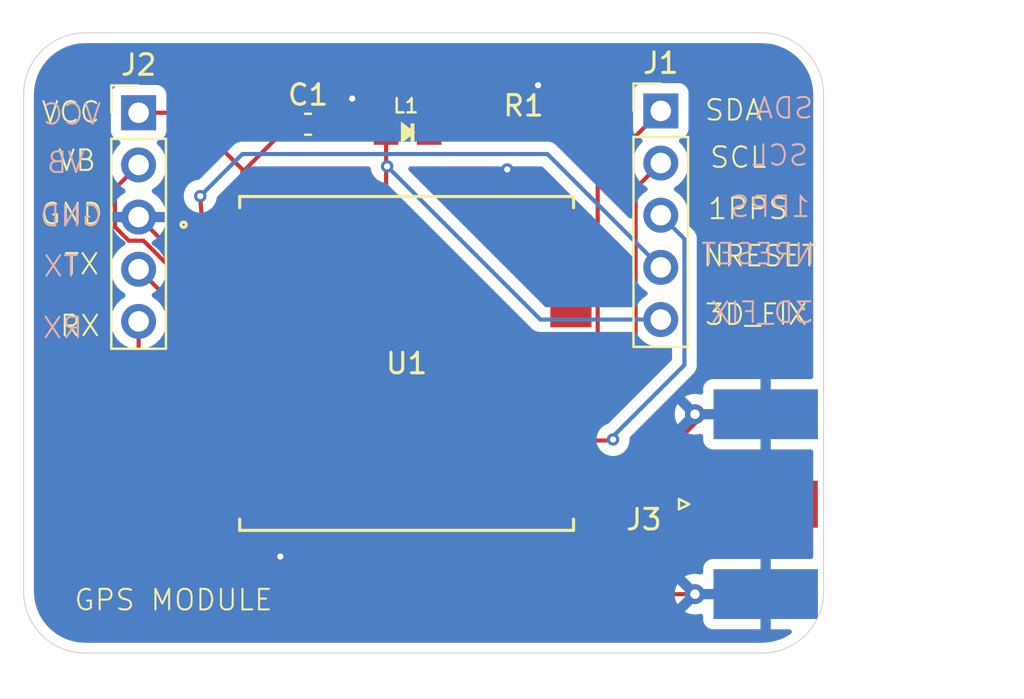
<source format=kicad_pcb>
(kicad_pcb (version 20240108) (generator "pcbnew") (generator_version "8.0")
  (layers (0 "F.Cu" signal) (31 "B.Cu" signal) (34 "B.Paste" user) (35 "F.Paste" user) (36 "B.SilkS" user "B.Silkscreen") (37 "F.SilkS" user "F.Silkscreen") (38 "B.Mask" user) (39 "F.Mask" user) (44 "Edge.Cuts" user))
  (net 0 "")
  (net 1 "/VCC")
  (net 2 "GND")
  (net 3 "/3D-FIX")
  (net 4 "/SDA{slash}TX")
  (net 5 "/NRESET")
  (net 6 "/SCL{slash}RX1")
  (net 7 "/1PPS")
  (net 8 "/RX_D0")
  (net 9 "/VBACKUP")
  (net 10 "/TX_D0")
  (net 11 "Net-(J3-In)")
  (net 12 "Net-(L1-PadC)")
  (footprint "Capacitor_SMD:C_0603_1608Metric_Pad1.08x0.95mm_HandSolder" (layer "F.Cu") (at 137.25 75.55)
    (property "Reference" "C1" (at 0 -1.43 0) (layer "F.SilkS"))
    (property "Value" "1uF")
    (fp_line (start -0.146267 -0.51) (end 0.146267 -0.51) (stroke (width 0.12)) (layer "F.SilkS"))
    (fp_line (start -0.146267 0.51) (end 0.146267 0.51) (stroke (width 0.12)) (layer "F.SilkS"))
    (pad "1" smd roundrect (at -0.8625 0) (size 1.075 0.95) (layers "F.Cu" "F.Paste" "F.Mask") (net 1 "/VCC"))
    (pad "2" smd roundrect (at 0.8625 0) (size 1.075 0.95) (layers "F.Cu" "F.Paste" "F.Mask") (net 2 "GND"))
  )
  (footprint "Connector_PinHeader_2.54mm:PinHeader_1x05_P2.54mm_Vertical" (layer "F.Cu") (at 154.425 74.9)
    (property "Reference" "J1" (at 0 -2.33 0) (layer "F.SilkS"))
    (property "Value" "~")
    (fp_line (start -1.33 -1.33) (end 0 -1.33) (stroke (width 0.12)) (layer "F.SilkS"))
    (fp_line (start -1.33 0) (end -1.33 -1.33) (stroke (width 0.12)) (layer "F.SilkS"))
    (fp_line (start -1.33 1.27) (end -1.33 11.49) (stroke (width 0.12)) (layer "F.SilkS"))
    (fp_line (start -1.33 1.27) (end 1.33 1.27) (stroke (width 0.12)) (layer "F.SilkS"))
    (fp_line (start -1.33 11.49) (end 1.33 11.49) (stroke (width 0.12)) (layer "F.SilkS"))
    (fp_line (start 1.33 1.27) (end 1.33 11.49) (stroke (width 0.12)) (layer "F.SilkS"))
    (pad "1" thru_hole rect (at 0 0) (size 1.7 1.7) (drill 1) (layers "*.Cu" "*.Mask") (net 4 "/SDA{slash}TX"))
    (pad "2" thru_hole oval (at 0 2.54) (size 1.7 1.7) (drill 1) (layers "*.Cu" "*.Mask") (net 6 "/SCL{slash}RX1"))
    (pad "3" thru_hole oval (at 0 5.08) (size 1.7 1.7) (drill 1) (layers "*.Cu" "*.Mask") (net 7 "/1PPS"))
    (pad "4" thru_hole oval (at 0 7.62) (size 1.7 1.7) (drill 1) (layers "*.Cu" "*.Mask") (net 5 "/NRESET"))
    (pad "5" thru_hole oval (at 0 10.16) (size 1.7 1.7) (drill 1) (layers "*.Cu" "*.Mask") (net 3 "/3D-FIX"))
  )
  (footprint "Connector_Coaxial:SMA_Molex_73251-1153_EdgeMount_Horizontal" (layer "F.Cu") (at 157.81 94.05 180)
    (property "Reference" "J3" (at 4.21 -0.75 0) (layer "F.SilkS"))
    (property "Value" "Conn_Coaxial")
    (fp_line (start 2.5 0.25) (end 2 0) (stroke (width 0.12)) (layer "F.SilkS"))
    (fp_line (start 2.5 -0.25) (end 2.5 0.25) (stroke (width 0.12)) (layer "F.SilkS"))
    (fp_line (start 2 0) (end 2.5 -0.25) (stroke (width 0.12)) (layer "F.SilkS"))
    (pad "1" smd rect (at -1.72 0 180) (size 5.08 2.29) (layers "F.Cu" "F.Paste" "F.Mask") (net 11 "Net-(J3-In)"))
    (pad "2" smd rect (at -1.72 -4.38 180) (size 5.08 2.42) (layers "F.Cu" "F.Paste" "F.Mask") (net 2 "GND"))
    (pad "2" smd rect (at -1.72 -4.38 180) (size 5.08 2.42) (layers "B.Cu" "B.Paste" "B.Mask") (net 2 "GND"))
    (pad "2" smd rect (at -1.72 4.38 180) (size 5.08 2.42) (layers "F.Cu" "F.Paste" "F.Mask") (net 2 "GND"))
    (pad "2" smd rect (at -1.72 4.38 180) (size 5.08 2.42) (layers "B.Cu" "B.Paste" "B.Mask") (net 2 "GND"))
    (pad "2" smd rect (at 1.27 -4.38 180) (size 0.95 0.46) (layers "F.Cu") (net 2 "GND"))
    (pad "2" smd rect (at 1.27 -4.38 180) (size 0.95 0.46) (layers "B.Cu") (net 2 "GND"))
    (pad "2" smd rect (at 1.27 4.38 180) (size 0.95 0.46) (layers "F.Cu") (net 2 "GND"))
    (pad "2" smd rect (at 1.27 4.38 180) (size 0.95 0.46) (layers "B.Cu") (net 2 "GND"))
    (pad "2" thru_hole circle (at 1.72 -4.38 180) (size 0.97 0.97) (drill 0.46) (layers "*.Cu") (net 2 "GND"))
    (pad "2" thru_hole circle (at 1.72 4.38 180) (size 0.97 0.97) (drill 0.46) (layers "*.Cu") (net 2 "GND"))
  )
  (footprint "footprints:CHIPLED_0805_NOOUTLINE" (layer "F.Cu") (at 142.1 75.95 -90)
    (property "Reference" "L1" (at -1.7 -0.6 0) (layer "F.SilkS") (effects (font (size 0.692831 0.692831) (thickness 0.119969)) (justify right top)))
    (property "Value" "RED")
    (fp_poly (pts (xy 0.5334 0.3302) (xy -0.5334 0.3302) (xy 0 -0.381)) (fill solid) (layer "F.SilkS"))
    (fp_poly (pts (xy -0.4445 -0.1405) (xy 0.4445 -0.1405) (xy 0.4445 -0.331) (xy -0.4445 -0.331)) (fill solid) (layer "F.SilkS"))
    (pad "A" smd rect (at 0 1.05 270) (size 1.2 1.2) (layers "F.Cu" "F.Paste" "F.Mask") (net 3 "/3D-FIX"))
    (pad "C" smd rect (at 0 -1.05 270) (size 1.2 1.2) (layers "F.Cu" "F.Paste" "F.Mask") (net 12 "Net-(L1-PadC)"))
  )
  (footprint "footprints:RC0402N_YAG" (layer "F.Cu") (at 147.7412 76)
    (property "Reference" "R1" (at 0 -1.35 0) (layer "F.SilkS"))
    (property "Value" "1K")
    (pad "1" smd rect (at -0.5588 0) (size 0.6604 0.508) (layers "F.Cu" "F.Paste" "F.Mask") (net 12 "Net-(L1-PadC)"))
    (pad "2" smd rect (at 0.5588 0) (size 0.6604 0.508) (layers "F.Cu" "F.Paste" "F.Mask") (net 2 "GND"))
  )
  (footprint "footprints:CD-PA1616D_ADA" (layer "F.Cu") (at 142.049 87.19601)
    (property "Reference" "U1" (at 0 0 0) (layer "F.SilkS"))
    (property "Value" "5186")
    (fp_line (start -8.128 -8.128) (end -8.128 -7.58317) (stroke (width 0.1524)) (layer "F.SilkS"))
    (fp_line (start -8.128 7.58317) (end -8.128 8.128) (stroke (width 0.1524)) (layer "F.SilkS"))
    (fp_line (start -8.128 8.128) (end 8.128 8.128) (stroke (width 0.1524)) (layer "F.SilkS"))
    (fp_line (start 8.128 -8.128) (end -8.128 -8.128) (stroke (width 0.1524)) (layer "F.SilkS"))
    (fp_line (start 8.128 -7.58317) (end 8.128 -8.128) (stroke (width 0.1524)) (layer "F.SilkS"))
    (fp_line (start 8.128 8.128) (end 8.128 7.58317) (stroke (width 0.1524)) (layer "F.SilkS"))
    (fp_circle (center -10.85977 -6.75513) (end -10.73277 -6.75513) (stroke (width 0.1524)) (fill none) (layer "F.SilkS"))
    (pad "1" smd rect (at -8.001 -6.75513) (size 2.0066 0.9906) (layers "F.Cu" "F.Paste" "F.Mask") (net 1 "/VCC"))
    (pad "2" smd rect (at -8.001 -5.25399) (size 2.0066 0.9906) (layers "F.Cu" "F.Paste" "F.Mask") (net 5 "/NRESET"))
    (pad "3" smd rect (at -8.001 -3.75285) (size 2.0066 0.9906) (layers "F.Cu" "F.Paste" "F.Mask") (net 2 "GND"))
    (pad "4" smd rect (at -8.001 -2.25171) (size 2.0066 0.9906) (layers "F.Cu" "F.Paste" "F.Mask") (net 9 "/VBACKUP"))
    (pad "5" smd rect (at -8.001 -0.75057) (size 2.0066 0.9906) (layers "F.Cu" "F.Paste" "F.Mask") (net 3 "/3D-FIX"))
    (pad "6" smd rect (at -8.001 0.75057) (size 2.0066 0.9906) (layers "F.Cu" "F.Paste" "F.Mask"))
    (pad "7" smd rect (at -8.001 2.25171) (size 2.0066 0.9906) (layers "F.Cu" "F.Paste" "F.Mask"))
    (pad "8" smd rect (at -8.001 3.75285) (size 2.0066 0.9906) (layers "F.Cu" "F.Paste" "F.Mask") (net 2 "GND"))
    (pad "9" smd rect (at -8.001 5.25399) (size 2.0066 0.9906) (layers "F.Cu" "F.Paste" "F.Mask") (net 10 "/TX_D0"))
    (pad "10" smd rect (at -8.001 6.75513) (size 2.0066 0.9906) (layers "F.Cu" "F.Paste" "F.Mask") (net 8 "/RX_D0"))
    (pad "11" smd rect (at 8.001 6.75513) (size 2.0066 0.9906) (layers "F.Cu" "F.Paste" "F.Mask") (net 11 "Net-(J3-In)"))
    (pad "12" smd rect (at 8.001 5.25399) (size 2.0066 0.9906) (layers "F.Cu" "F.Paste" "F.Mask") (net 2 "GND"))
    (pad "13" smd rect (at 8.001 3.75285) (size 2.0066 0.9906) (layers "F.Cu" "F.Paste" "F.Mask") (net 7 "/1PPS"))
    (pad "14" smd rect (at 8.001 2.25171) (size 2.0066 0.9906) (layers "F.Cu" "F.Paste" "F.Mask") (net 6 "/SCL{slash}RX1"))
    (pad "15" smd rect (at 8.001 0.75057) (size 2.0066 0.9906) (layers "F.Cu" "F.Paste" "F.Mask") (net 4 "/SDA{slash}TX"))
    (pad "16" smd rect (at 8.001 -0.75057) (size 2.0066 0.9906) (layers "F.Cu" "F.Paste" "F.Mask"))
    (pad "17" smd rect (at 8.001 -2.25171) (size 2.0066 0.9906) (layers "F.Cu" "F.Paste" "F.Mask"))
    (pad "18" smd rect (at 8.001 -3.75285) (size 2.0066 0.9906) (layers "F.Cu" "F.Paste" "F.Mask"))
    (pad "19" smd rect (at 8.001 -5.25399) (size 2.0066 0.9906) (layers "F.Cu" "F.Paste" "F.Mask") (net 2 "GND"))
    (pad "20" smd rect (at 8.001 -6.75513) (size 2.0066 0.9906) (layers "F.Cu" "F.Paste" "F.Mask"))
  )
  (footprint "Connector_PinHeader_2.54mm:PinHeader_1x05_P2.54mm_Vertical" (layer "F.Cu") (at 129 74.99)
    (property "Reference" "J2" (at 0 -2.33 0) (layer "F.SilkS"))
    (property "Value" "~")
    (fp_line (start -1.33 -1.33) (end 0 -1.33) (stroke (width 0.12)) (layer "F.SilkS"))
    (fp_line (start -1.33 0) (end -1.33 -1.33) (stroke (width 0.12)) (layer "F.SilkS"))
    (fp_line (start -1.33 1.27) (end -1.33 11.49) (stroke (width 0.12)) (layer "F.SilkS"))
    (fp_line (start -1.33 1.27) (end 1.33 1.27) (stroke (width 0.12)) (layer "F.SilkS"))
    (fp_line (start -1.33 11.49) (end 1.33 11.49) (stroke (width 0.12)) (layer "F.SilkS"))
    (fp_line (start 1.33 1.27) (end 1.33 11.49) (stroke (width 0.12)) (layer "F.SilkS"))
    (pad "1" thru_hole rect (at 0 0) (size 1.7 1.7) (drill 1) (layers "*.Cu" "*.Mask") (net 1 "/VCC"))
    (pad "2" thru_hole oval (at 0 2.54) (size 1.7 1.7) (drill 1) (layers "*.Cu" "*.Mask") (net 9 "/VBACKUP"))
    (pad "3" thru_hole oval (at 0 5.08) (size 1.7 1.7) (drill 1) (layers "*.Cu" "*.Mask") (net 2 "GND"))
    (pad "4" thru_hole oval (at 0 7.62) (size 1.7 1.7) (drill 1) (layers "*.Cu" "*.Mask") (net 10 "/TX_D0"))
    (pad "5" thru_hole oval (at 0 10.16) (size 1.7 1.7) (drill 1) (layers "*.Cu" "*.Mask") (net 8 "/RX_D0"))
  )
  (gr_line (start 162.35 74.1) (end 162.35 98.3) (stroke (width 0.05)) (layer "Edge.Cuts"))
  (gr_line (start 123.4 98.3) (end 123.4 74.1) (stroke (width 0.05)) (layer "Edge.Cuts"))
  (gr_arc (start 126.4 101.3) (mid 124.27868 100.42132) (end 123.4 98.3) (stroke (width 0.05)) (layer "Edge.Cuts"))
  (gr_arc (start 159.35 71.1) (mid 161.47132 71.97868) (end 162.35 74.1) (stroke (width 0.05)) (layer "Edge.Cuts"))
  (gr_line (start 159.35 101.3) (end 126.4 101.3) (stroke (width 0.05)) (layer "Edge.Cuts"))
  (gr_arc (start 123.4 74.1) (mid 124.27868 71.97868) (end 126.4 71.1) (stroke (width 0.05)) (layer "Edge.Cuts"))
  (gr_arc (start 162.35 98.3) (mid 161.47132 100.42132) (end 159.35 101.3) (stroke (width 0.05)) (layer "Edge.Cuts"))
  (gr_line (start 126.4 71.1) (end 159.35 71.1) (stroke (width 0.05)) (layer "Edge.Cuts"))
  (gr_text "VB" (at 126.447618 78 -0) (layer "B.SilkS") (effects (font (size 1 1) (thickness 0.1)) (justify left bottom mirror)))
  (gr_text "SCL" (at 161.671428 77.65 -0) (layer "B.SilkS") (effects (font (size 1 1) (thickness 0.1)) (justify left bottom mirror)))
  (gr_text "RX" (at 126.347618 86.05 -0) (layer "B.SilkS") (effects (font (size 1 1) (thickness 0.1)) (justify left bottom mirror)))
  (gr_text "1PPS" (at 161.771428 80.15 -0) (layer "B.SilkS") (effects (font (size 1 1) (thickness 0.1)) (justify left bottom mirror)))
  (gr_text "GND" (at 127.297618 80.6 -0) (layer "B.SilkS") (effects (font (size 1 1) (thickness 0.1)) (justify left bottom mirror)))
  (gr_text "TX" (at 126.147618 83.05 -0) (layer "B.SilkS") (effects (font (size 1 1) (thickness 0.1)) (justify left bottom mirror)))
  (gr_text "VCC" (at 127.247618 75.65 -0) (layer "B.SilkS") (effects (font (size 1 1) (thickness 0.1)) (justify left bottom mirror)))
  (gr_text "NRESET" (at 162.021428 82.45 -0) (layer "B.SilkS") (effects (font (size 1 1) (thickness 0.1)) (justify left bottom mirror)))
  (gr_text "3D_FIX" (at 161.921428 85.3 -0) (layer "B.SilkS") (effects (font (size 1 1) (thickness 0.1)) (justify left bottom mirror)))
  (gr_text "SDA" (at 161.921428 75.35 -0) (layer "B.SilkS") (effects (font (size 1 1) (thickness 0.1)) (justify left bottom mirror)))
  (gr_text "SDA" (at 156.5 75.45 0) (layer "F.SilkS") (effects (font (size 1 1) (thickness 0.1)) (justify left bottom)))
  (gr_text "GPS MODULE" (at 125.8 99.3 0) (layer "F.SilkS") (effects (font (size 1 1) (thickness 0.1)) (justify left bottom)))
  (gr_text "RX" (at 125.1 85.95 0) (layer "F.SilkS") (effects (font (size 1 1) (thickness 0.1)) (justify left bottom)))
  (gr_text "3D_FIX" (at 156.5 85.4 0) (layer "F.SilkS") (effects (font (size 1 1) (thickness 0.1)) (justify left bottom)))
  (gr_text "GND" (at 124.15 80.5 0) (layer "F.SilkS") (effects (font (size 1 1) (thickness 0.1)) (justify left bottom)))
  (gr_text "VCC" (at 124.2 75.55 0) (layer "F.SilkS") (effects (font (size 1 1) (thickness 0.1)) (justify left bottom)))
  (gr_text "VB" (at 125 77.9 0) (layer "F.SilkS") (effects (font (size 1 1) (thickness 0.1)) (justify left bottom)))
  (gr_text "SCL" (at 156.75 77.75 0) (layer "F.SilkS") (effects (font (size 1 1) (thickness 0.1)) (justify left bottom)))
  (gr_text "TX" (at 125.3 82.95 0) (layer "F.SilkS") (effects (font (size 1 1) (thickness 0.1)) (justify left bottom)))
  (gr_text "NRESET" (at 156.4 82.55 0) (layer "F.SilkS") (effects (font (size 1 1) (thickness 0.1)) (justify left bottom)))
  (gr_text "1PPS" (at 156.65 80.25 0) (layer "F.SilkS") (effects (font (size 1 1) (thickness 0.1)) (justify left bottom)))
  (segment (start 129 74.99) (end 131.29 74.99) (width 0.2) (layer "F.Cu") (net 1))
  (segment (start 134.048 77.8895) (end 134.11875 77.81875) (width 0.2) (layer "F.Cu") (net 1))
  (segment (start 134.11875 77.81875) (end 136.3875 75.55) (width 0.2) (layer "F.Cu") (net 1))
  (segment (start 134.048 80.44088) (end 134.048 77.8895) (width 0.2) (layer "F.Cu") (net 1))
  (segment (start 131.29 74.99) (end 134.11875 77.81875) (width 0.2) (layer "F.Cu") (net 1))
  (segment (start 135.9 92.29286) (end 135.9 96.6) (width 0.2) (layer "F.Cu") (net 2))
  (segment (start 146.85 77.8) (end 146.9 77.75) (width 0.2) (layer "F.Cu") (net 2))
  (segment (start 150.05 92.45) (end 153.76 92.45) (width 0.2) (layer "F.Cu") (net 2))
  (segment (start 148.7467 94.74644) (end 148.7467 93.0033) (width 0.2) (layer "F.Cu") (net 2))
  (segment (start 139.4 74.25) (end 139.35 74.3) (width 0.2) (layer "F.Cu") (net 2))
  (segment (start 146.85 79.25002) (end 146.85 78.3) (width 0.2) (layer "F.Cu") (net 2))
  (segment (start 134.048 83.44316) (end 132.37316 83.44316) (width 0.2) (layer "F.Cu") (net 2))
  (segment (start 148.3 76) (end 148.45 73.65) (width 0.2) (layer "F.Cu") (net 2))
  (segment (start 149.3 92.45) (end 150.05 92.45) (width 0.2) (layer "F.Cu") (net 2))
  (segment (start 135.9 96.6) (end 135.9 96.7) (width 0.2) (layer "F.Cu") (net 2))
  (segment (start 148.7467 93.0033) (end 149.3 92.45) (width 0.2) (layer "F.Cu") (net 2))
  (segment (start 146.95 77.75) (end 146.95 77.7) (width 0.2) (layer "F.Cu") (net 2))
  (segment (start 146.9 77.75) (end 146.95 77.75) (width 0.2) (layer "F.Cu") (net 2))
  (segment (start 150.05 81.94202) (end 149.542 81.94202) (width 0.2) (layer "F.Cu") (net 2))
  (segment (start 138.1125 75.5375) (end 139.35 74.3) (width 0.2) (layer "F.Cu") (net 2))
  (segment (start 149.542 81.94202) (end 146.85 79.25002) (width 0.2) (layer "F.Cu") (net 2))
  (segment (start 134.556 90.94886) (end 135.9 92.29286) (width 0.2) (layer "F.Cu") (net 2))
  (segment (start 134.048 90.94886) (end 134.556 90.94886) (width 0.2) (layer "F.Cu") (net 2))
  (segment (start 148.45 73.65) (end 148.3 73.55) (width 0.2) (layer "F.Cu") (net 2))
  (segment (start 132.37316 83.44316) (end 129 80.07) (width 0.2) (layer "F.Cu") (net 2))
  (segment (start 139.35 74.3) (end 139.4 74.3) (width 0.2) (layer "F.Cu") (net 2))
  (segment (start 146.85 78.3) (end 146.85 77.8) (width 0.2) (layer "F.Cu") (net 2))
  (segment (start 159.53 98.43) (end 152.43026 98.43) (width 0.2) (layer "F.Cu") (net 2))
  (segment (start 134.556 83.44316) (end 134.048 83.44316) (width 0.2) (layer "F.Cu") (net 2))
  (segment (start 146.95 77.7) (end 146.9 77.75) (width 0.2) (layer "F.Cu") (net 2))
  (segment (start 138.1125 75.55) (end 138.1125 75.5375) (width 0.2) (layer "F.Cu") (net 2))
  (segment (start 139.4 74.3) (end 139.4 74.25) (width 0.2) (layer "F.Cu") (net 2))
  (segment (start 153.76 92.45) (end 156.54 89.67) (width 0.2) (layer "F.Cu") (net 2))
  (segment (start 149.45254 81.94202) (end 150.05 81.94202) (width 0.2) (layer "F.Cu") (net 2))
  (segment (start 152.43026 98.43) (end 148.7467 94.74644) (width 0.2) (layer "F.Cu") (net 2))
  (via (at 135.9 96.6) (size 0.6) (drill 0.3) (layers "F.Cu" "B.Cu") (net 2))
  (via (at 148.45 73.65) (size 0.6) (drill 0.3) (layers "F.Cu" "B.Cu") (net 2))
  (via (at 139.4 74.3) (size 0.6) (drill 0.3) (layers "F.Cu" "B.Cu") (net 2))
  (via (at 146.95 77.75) (size 0.6) (drill 0.3) (layers "F.Cu" "B.Cu") (net 2))
  (segment (start 141.1 77.6) (end 141.05 77.55) (width 0.2) (layer "F.Cu") (net 3))
  (segment (start 141.05 77.55) (end 141.05 75.95) (width 0.2) (layer "F.Cu") (net 3))
  (segment (start 134.048 86.44544) (end 134.556 86.44544) (width 0.2) (layer "F.Cu") (net 3))
  (segment (start 141.05 79.95144) (end 141.05 77.65) (width 0.2) (layer "F.Cu") (net 3))
  (segment (start 141.05 77.65) (end 141.1 77.6) (width 0.2) (layer "F.Cu") (net 3))
  (segment (start 134.556 86.44544) (end 141.05 79.95144) (width 0.2) (layer "F.Cu") (net 3))
  (via (at 141.1 77.6) (size 0.6) (drill 0.3) (layers "F.Cu" "B.Cu") (net 3))
  (segment (start 148.56 85.06) (end 141.1 77.6) (width 0.2) (layer "B.Cu") (net 3))
  (segment (start 154.425 85.06) (end 148.56 85.06) (width 0.2) (layer "B.Cu") (net 3))
  (segment (start 150.64746 87.94658) (end 150.05 87.94658) (width 0.2) (layer "F.Cu") (net 4))
  (segment (start 154.425 74.9) (end 151.3533 77.9717) (width 0.2) (layer "F.Cu") (net 4))
  (segment (start 151.3533 77.9717) (end 151.3533 87.24074) (width 0.2) (layer "F.Cu") (net 4))
  (segment (start 151.3533 87.24074) (end 150.64746 87.94658) (width 0.2) (layer "F.Cu") (net 4))
  (segment (start 134.048 81.94202) (end 133.54 81.94202) (width 0.2) (layer "F.Cu") (net 5))
  (segment (start 134.048 81.94202) (end 134.556 81.94202) (width 0.2) (layer "F.Cu") (net 5))
  (segment (start 133.54 81.94202) (end 132.1 80.50202) (width 0.2) (layer "F.Cu") (net 5))
  (segment (start 132 79.05) (end 132.1 79.1) (width 0.2) (layer "F.Cu") (net 5))
  (segment (start 132.1 80.50202) (end 132 79.05) (width 0.2) (layer "F.Cu") (net 5))
  (via (at 132 79.05) (size 0.6) (drill 0.3) (layers "F.Cu" "B.Cu") (net 5))
  (segment (start 134.05 77) (end 132 79.05) (width 0.2) (layer "B.Cu") (net 5))
  (segment (start 154.425 82.52) (end 148.905 77) (width 0.2) (layer "B.Cu") (net 5))
  (segment (start 148.905 77) (end 134.05 77) (width 0.2) (layer "B.Cu") (net 5))
  (segment (start 153.2 86.80572) (end 150.558 89.44772) (width 0.2) (layer "F.Cu") (net 6))
  (segment (start 154.425 77.44) (end 153.2 78.665) (width 0.2) (layer "F.Cu") (net 6))
  (segment (start 150.558 89.44772) (end 150.05 89.44772) (width 0.2) (layer "F.Cu") (net 6))
  (segment (start 153.2 78.665) (end 153.2 86.80572) (width 0.2) (layer "F.Cu") (net 6))
  (segment (start 152.05114 90.94886) (end 152.1 90.9) (width 0.2) (layer "F.Cu") (net 7))
  (segment (start 150.05 90.94886) (end 152.05114 90.94886) (width 0.2) (layer "F.Cu") (net 7))
  (via (at 152.1 90.9) (size 0.6) (drill 0.3) (layers "F.Cu" "B.Cu") (net 7))
  (segment (start 155.575 81.13) (end 155.575 87.275) (width 0.2) (layer "B.Cu") (net 7))
  (segment (start 151.95 90.9) (end 151.9 90.95) (width 0.2) (layer "B.Cu") (net 7))
  (segment (start 152.1 90.9) (end 151.95 90.9) (width 0.2) (layer "B.Cu") (net 7))
  (segment (start 155.575 87.275) (end 152.1 90.75) (width 0.2) (layer "B.Cu") (net 7))
  (segment (start 152.1 90.75) (end 152.1 90.9) (width 0.2) (layer "B.Cu") (net 7))
  (segment (start 154.425 79.98) (end 155.575 81.13) (width 0.2) (layer "B.Cu") (net 7))
  (segment (start 129 90.10644) (end 132.8447 93.95114) (width 0.2) (layer "F.Cu") (net 8))
  (segment (start 132.8447 93.95114) (end 134.048 93.95114) (width 0.2) (layer "F.Cu") (net 8))
  (segment (start 129 85.15) (end 129 90.10644) (width 0.2) (layer "F.Cu") (net 8))
  (segment (start 132.960646 84.9443) (end 129.236346 81.22) (width 0.2) (layer "F.Cu") (net 9))
  (segment (start 134.048 84.9443) (end 132.960646 84.9443) (width 0.2) (layer "F.Cu") (net 9))
  (segment (start 129.236346 81.22) (end 128.52 81.22) (width 0.2) (layer "F.Cu") (net 9))
  (segment (start 128.52 81.22) (end 127.85 80.55) (width 0.2) (layer "F.Cu") (net 9))
  (segment (start 127.85 80.55) (end 127.85 78.68) (width 0.2) (layer "F.Cu") (net 9))
  (segment (start 127.85 78.68) (end 129 77.53) (width 0.2) (layer "F.Cu") (net 9))
  (segment (start 132.7447 92.4447) (end 132.75 92.45) (width 0.2) (layer "F.Cu") (net 10))
  (segment (start 132.75 92.45) (end 134.048 92.45) (width 0.2) (layer "F.Cu") (net 10))
  (segment (start 129 82.61) (end 132.7447 86.3547) (width 0.2) (layer "F.Cu") (net 10))
  (segment (start 132.7447 86.3547) (end 132.7447 92.4447) (width 0.2) (layer "F.Cu") (net 10))
  (segment (start 150.05 93.95114) (end 159.43114 93.95114) (width 0.2) (layer "F.Cu") (net 11))
  (segment (start 159.43114 93.95114) (end 159.53 94.05) (width 0.2) (layer "F.Cu") (net 11))
  (segment (start 147.1324 75.95) (end 147.1824 76) (width 0.2) (layer "F.Cu") (net 12))
  (segment (start 143.15 75.95) (end 147.1324 75.95) (width 0.2) (layer "F.Cu") (net 12))
  (zone (net 2) (net_name "GND") (layer "B.Cu") (connect_pads (clearance 0.5)) (min_thickness 0.25) (fill yes (thermal_gap 0.5) (thermal_bridge_width 0.5))
    (polygon (pts (xy 122.65 69.65) (xy 163.55 69.8) (xy 163.65 103.55) (xy 122.3 103.25) (xy 122.25 69.5)))
  )
)
</source>
